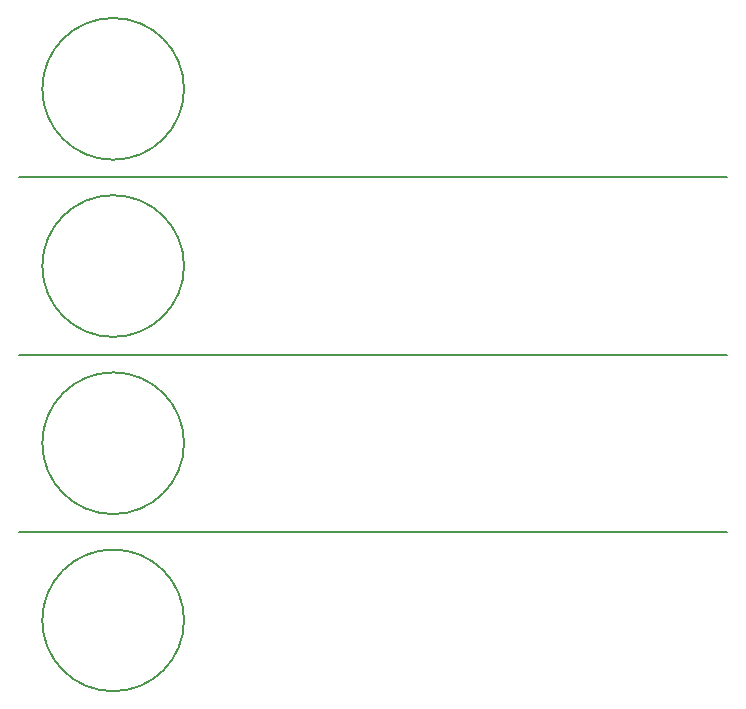
<source format=gbr>
G04 #@! TF.GenerationSoftware,KiCad,Pcbnew,(5.1.4)-1*
G04 #@! TF.CreationDate,2020-04-17T22:20:22+02:00*
G04 #@! TF.ProjectId,Frontplatte,46726f6e-7470-46c6-9174-74652e6b6963,rev?*
G04 #@! TF.SameCoordinates,Original*
G04 #@! TF.FileFunction,Legend,Bot*
G04 #@! TF.FilePolarity,Positive*
%FSLAX46Y46*%
G04 Gerber Fmt 4.6, Leading zero omitted, Abs format (unit mm)*
G04 Created by KiCad (PCBNEW (5.1.4)-1) date 2020-04-17 22:20:22*
%MOMM*%
%LPD*%
G04 APERTURE LIST*
%ADD10C,0.150000*%
%ADD11C,2.402000*%
G04 APERTURE END LIST*
D10*
X110000000Y-90000000D02*
X170000000Y-90000000D01*
X110000000Y-75000000D02*
X170000000Y-75000000D01*
X110000000Y-60000000D02*
X170000000Y-60000000D01*
X124000000Y-52500000D02*
G75*
G03X124000000Y-52500000I-6000000J0D01*
G01*
X124000000Y-82500000D02*
G75*
G03X124000000Y-82500000I-6000000J0D01*
G01*
X124000000Y-67500000D02*
G75*
G03X124000000Y-67500000I-6000000J0D01*
G01*
X124000000Y-97500000D02*
G75*
G03X124000000Y-97500000I-6000000J0D01*
G01*
%LPC*%
D11*
X126810000Y-52550000D03*
X127000000Y-67500000D03*
X127000000Y-82500000D03*
X127000000Y-97500000D03*
M02*

</source>
